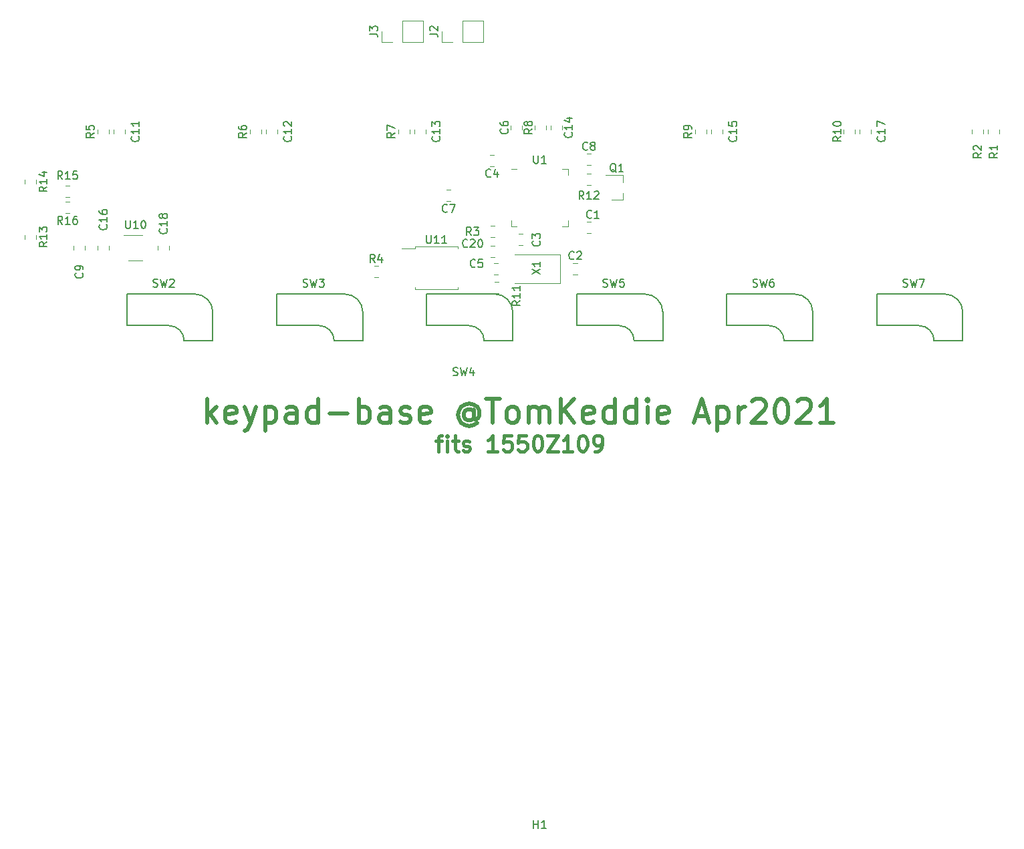
<source format=gbr>
G04 #@! TF.GenerationSoftware,KiCad,Pcbnew,5.1.7-a382d34a8~88~ubuntu20.04.1*
G04 #@! TF.CreationDate,2021-06-06T15:47:04-07:00*
G04 #@! TF.ProjectId,keypad-base,6b657970-6164-42d6-9261-73652e6b6963,Jun2021*
G04 #@! TF.SameCoordinates,Original*
G04 #@! TF.FileFunction,Legend,Top*
G04 #@! TF.FilePolarity,Positive*
%FSLAX46Y46*%
G04 Gerber Fmt 4.6, Leading zero omitted, Abs format (unit mm)*
G04 Created by KiCad (PCBNEW 5.1.7-a382d34a8~88~ubuntu20.04.1) date 2021-06-06 15:47:04*
%MOMM*%
%LPD*%
G01*
G04 APERTURE LIST*
%ADD10C,0.400000*%
%ADD11C,0.500000*%
%ADD12C,0.120000*%
%ADD13C,0.150000*%
%ADD14C,0.200000*%
G04 APERTURE END LIST*
D10*
X153380952Y-111839428D02*
X154142857Y-111839428D01*
X153666666Y-113172761D02*
X153666666Y-111458476D01*
X153761904Y-111268000D01*
X153952380Y-111172761D01*
X154142857Y-111172761D01*
X154809523Y-113172761D02*
X154809523Y-111839428D01*
X154809523Y-111172761D02*
X154714285Y-111268000D01*
X154809523Y-111363238D01*
X154904761Y-111268000D01*
X154809523Y-111172761D01*
X154809523Y-111363238D01*
X155476190Y-111839428D02*
X156238095Y-111839428D01*
X155761904Y-111172761D02*
X155761904Y-112887047D01*
X155857142Y-113077523D01*
X156047619Y-113172761D01*
X156238095Y-113172761D01*
X156809523Y-113077523D02*
X157000000Y-113172761D01*
X157380952Y-113172761D01*
X157571428Y-113077523D01*
X157666666Y-112887047D01*
X157666666Y-112791809D01*
X157571428Y-112601333D01*
X157380952Y-112506095D01*
X157095238Y-112506095D01*
X156904761Y-112410857D01*
X156809523Y-112220380D01*
X156809523Y-112125142D01*
X156904761Y-111934666D01*
X157095238Y-111839428D01*
X157380952Y-111839428D01*
X157571428Y-111934666D01*
X161095238Y-113172761D02*
X159952380Y-113172761D01*
X160523809Y-113172761D02*
X160523809Y-111172761D01*
X160333333Y-111458476D01*
X160142857Y-111648952D01*
X159952380Y-111744190D01*
X162904761Y-111172761D02*
X161952380Y-111172761D01*
X161857142Y-112125142D01*
X161952380Y-112029904D01*
X162142857Y-111934666D01*
X162619047Y-111934666D01*
X162809523Y-112029904D01*
X162904761Y-112125142D01*
X163000000Y-112315619D01*
X163000000Y-112791809D01*
X162904761Y-112982285D01*
X162809523Y-113077523D01*
X162619047Y-113172761D01*
X162142857Y-113172761D01*
X161952380Y-113077523D01*
X161857142Y-112982285D01*
X164809523Y-111172761D02*
X163857142Y-111172761D01*
X163761904Y-112125142D01*
X163857142Y-112029904D01*
X164047619Y-111934666D01*
X164523809Y-111934666D01*
X164714285Y-112029904D01*
X164809523Y-112125142D01*
X164904761Y-112315619D01*
X164904761Y-112791809D01*
X164809523Y-112982285D01*
X164714285Y-113077523D01*
X164523809Y-113172761D01*
X164047619Y-113172761D01*
X163857142Y-113077523D01*
X163761904Y-112982285D01*
X166142857Y-111172761D02*
X166333333Y-111172761D01*
X166523809Y-111268000D01*
X166619047Y-111363238D01*
X166714285Y-111553714D01*
X166809523Y-111934666D01*
X166809523Y-112410857D01*
X166714285Y-112791809D01*
X166619047Y-112982285D01*
X166523809Y-113077523D01*
X166333333Y-113172761D01*
X166142857Y-113172761D01*
X165952380Y-113077523D01*
X165857142Y-112982285D01*
X165761904Y-112791809D01*
X165666666Y-112410857D01*
X165666666Y-111934666D01*
X165761904Y-111553714D01*
X165857142Y-111363238D01*
X165952380Y-111268000D01*
X166142857Y-111172761D01*
X167476190Y-111172761D02*
X168809523Y-111172761D01*
X167476190Y-113172761D01*
X168809523Y-113172761D01*
X170619047Y-113172761D02*
X169476190Y-113172761D01*
X170047619Y-113172761D02*
X170047619Y-111172761D01*
X169857142Y-111458476D01*
X169666666Y-111648952D01*
X169476190Y-111744190D01*
X171857142Y-111172761D02*
X172047619Y-111172761D01*
X172238095Y-111268000D01*
X172333333Y-111363238D01*
X172428571Y-111553714D01*
X172523809Y-111934666D01*
X172523809Y-112410857D01*
X172428571Y-112791809D01*
X172333333Y-112982285D01*
X172238095Y-113077523D01*
X172047619Y-113172761D01*
X171857142Y-113172761D01*
X171666666Y-113077523D01*
X171571428Y-112982285D01*
X171476190Y-112791809D01*
X171380952Y-112410857D01*
X171380952Y-111934666D01*
X171476190Y-111553714D01*
X171571428Y-111363238D01*
X171666666Y-111268000D01*
X171857142Y-111172761D01*
X173476190Y-113172761D02*
X173857142Y-113172761D01*
X174047619Y-113077523D01*
X174142857Y-112982285D01*
X174333333Y-112696571D01*
X174428571Y-112315619D01*
X174428571Y-111553714D01*
X174333333Y-111363238D01*
X174238095Y-111268000D01*
X174047619Y-111172761D01*
X173666666Y-111172761D01*
X173476190Y-111268000D01*
X173380952Y-111363238D01*
X173285714Y-111553714D01*
X173285714Y-112029904D01*
X173380952Y-112220380D01*
X173476190Y-112315619D01*
X173666666Y-112410857D01*
X174047619Y-112410857D01*
X174238095Y-112315619D01*
X174333333Y-112220380D01*
X174428571Y-112029904D01*
D11*
X124428571Y-109561142D02*
X124428571Y-106561142D01*
X124714285Y-108418285D02*
X125571428Y-109561142D01*
X125571428Y-107561142D02*
X124428571Y-108704000D01*
X127999999Y-109418285D02*
X127714285Y-109561142D01*
X127142857Y-109561142D01*
X126857142Y-109418285D01*
X126714285Y-109132571D01*
X126714285Y-107989714D01*
X126857142Y-107704000D01*
X127142857Y-107561142D01*
X127714285Y-107561142D01*
X127999999Y-107704000D01*
X128142857Y-107989714D01*
X128142857Y-108275428D01*
X126714285Y-108561142D01*
X129142857Y-107561142D02*
X129857142Y-109561142D01*
X130571428Y-107561142D02*
X129857142Y-109561142D01*
X129571428Y-110275428D01*
X129428571Y-110418285D01*
X129142857Y-110561142D01*
X131714285Y-107561142D02*
X131714285Y-110561142D01*
X131714285Y-107704000D02*
X131999999Y-107561142D01*
X132571428Y-107561142D01*
X132857142Y-107704000D01*
X132999999Y-107846857D01*
X133142857Y-108132571D01*
X133142857Y-108989714D01*
X132999999Y-109275428D01*
X132857142Y-109418285D01*
X132571428Y-109561142D01*
X131999999Y-109561142D01*
X131714285Y-109418285D01*
X135714285Y-109561142D02*
X135714285Y-107989714D01*
X135571428Y-107704000D01*
X135285714Y-107561142D01*
X134714285Y-107561142D01*
X134428571Y-107704000D01*
X135714285Y-109418285D02*
X135428571Y-109561142D01*
X134714285Y-109561142D01*
X134428571Y-109418285D01*
X134285714Y-109132571D01*
X134285714Y-108846857D01*
X134428571Y-108561142D01*
X134714285Y-108418285D01*
X135428571Y-108418285D01*
X135714285Y-108275428D01*
X138428571Y-109561142D02*
X138428571Y-106561142D01*
X138428571Y-109418285D02*
X138142857Y-109561142D01*
X137571428Y-109561142D01*
X137285714Y-109418285D01*
X137142857Y-109275428D01*
X137000000Y-108989714D01*
X137000000Y-108132571D01*
X137142857Y-107846857D01*
X137285714Y-107704000D01*
X137571428Y-107561142D01*
X138142857Y-107561142D01*
X138428571Y-107704000D01*
X139857142Y-108418285D02*
X142142857Y-108418285D01*
X143571428Y-109561142D02*
X143571428Y-106561142D01*
X143571428Y-107704000D02*
X143857142Y-107561142D01*
X144428571Y-107561142D01*
X144714285Y-107704000D01*
X144857142Y-107846857D01*
X145000000Y-108132571D01*
X145000000Y-108989714D01*
X144857142Y-109275428D01*
X144714285Y-109418285D01*
X144428571Y-109561142D01*
X143857142Y-109561142D01*
X143571428Y-109418285D01*
X147571428Y-109561142D02*
X147571428Y-107989714D01*
X147428571Y-107704000D01*
X147142857Y-107561142D01*
X146571428Y-107561142D01*
X146285714Y-107704000D01*
X147571428Y-109418285D02*
X147285714Y-109561142D01*
X146571428Y-109561142D01*
X146285714Y-109418285D01*
X146142857Y-109132571D01*
X146142857Y-108846857D01*
X146285714Y-108561142D01*
X146571428Y-108418285D01*
X147285714Y-108418285D01*
X147571428Y-108275428D01*
X148857142Y-109418285D02*
X149142857Y-109561142D01*
X149714285Y-109561142D01*
X149999999Y-109418285D01*
X150142857Y-109132571D01*
X150142857Y-108989714D01*
X149999999Y-108704000D01*
X149714285Y-108561142D01*
X149285714Y-108561142D01*
X148999999Y-108418285D01*
X148857142Y-108132571D01*
X148857142Y-107989714D01*
X148999999Y-107704000D01*
X149285714Y-107561142D01*
X149714285Y-107561142D01*
X149999999Y-107704000D01*
X152571428Y-109418285D02*
X152285714Y-109561142D01*
X151714285Y-109561142D01*
X151428571Y-109418285D01*
X151285714Y-109132571D01*
X151285714Y-107989714D01*
X151428571Y-107704000D01*
X151714285Y-107561142D01*
X152285714Y-107561142D01*
X152571428Y-107704000D01*
X152714285Y-107989714D01*
X152714285Y-108275428D01*
X151285714Y-108561142D01*
X158142857Y-108132571D02*
X157999999Y-107989714D01*
X157714285Y-107846857D01*
X157428571Y-107846857D01*
X157142857Y-107989714D01*
X156999999Y-108132571D01*
X156857142Y-108418285D01*
X156857142Y-108704000D01*
X156999999Y-108989714D01*
X157142857Y-109132571D01*
X157428571Y-109275428D01*
X157714285Y-109275428D01*
X157999999Y-109132571D01*
X158142857Y-108989714D01*
X158142857Y-107846857D02*
X158142857Y-108989714D01*
X158285714Y-109132571D01*
X158428571Y-109132571D01*
X158714285Y-108989714D01*
X158857142Y-108704000D01*
X158857142Y-107989714D01*
X158571428Y-107561142D01*
X158142857Y-107275428D01*
X157571428Y-107132571D01*
X156999999Y-107275428D01*
X156571428Y-107561142D01*
X156285714Y-107989714D01*
X156142857Y-108561142D01*
X156285714Y-109132571D01*
X156571428Y-109561142D01*
X156999999Y-109846857D01*
X157571428Y-109989714D01*
X158142857Y-109846857D01*
X158571428Y-109561142D01*
X159714285Y-106561142D02*
X161428571Y-106561142D01*
X160571428Y-109561142D02*
X160571428Y-106561142D01*
X162857142Y-109561142D02*
X162571428Y-109418285D01*
X162428571Y-109275428D01*
X162285714Y-108989714D01*
X162285714Y-108132571D01*
X162428571Y-107846857D01*
X162571428Y-107704000D01*
X162857142Y-107561142D01*
X163285714Y-107561142D01*
X163571428Y-107704000D01*
X163714285Y-107846857D01*
X163857142Y-108132571D01*
X163857142Y-108989714D01*
X163714285Y-109275428D01*
X163571428Y-109418285D01*
X163285714Y-109561142D01*
X162857142Y-109561142D01*
X165142857Y-109561142D02*
X165142857Y-107561142D01*
X165142857Y-107846857D02*
X165285714Y-107704000D01*
X165571428Y-107561142D01*
X166000000Y-107561142D01*
X166285714Y-107704000D01*
X166428571Y-107989714D01*
X166428571Y-109561142D01*
X166428571Y-107989714D02*
X166571428Y-107704000D01*
X166857142Y-107561142D01*
X167285714Y-107561142D01*
X167571428Y-107704000D01*
X167714285Y-107989714D01*
X167714285Y-109561142D01*
X169142857Y-109561142D02*
X169142857Y-106561142D01*
X170857142Y-109561142D02*
X169571428Y-107846857D01*
X170857142Y-106561142D02*
X169142857Y-108275428D01*
X173285714Y-109418285D02*
X173000000Y-109561142D01*
X172428571Y-109561142D01*
X172142857Y-109418285D01*
X172000000Y-109132571D01*
X172000000Y-107989714D01*
X172142857Y-107704000D01*
X172428571Y-107561142D01*
X173000000Y-107561142D01*
X173285714Y-107704000D01*
X173428571Y-107989714D01*
X173428571Y-108275428D01*
X172000000Y-108561142D01*
X176000000Y-109561142D02*
X176000000Y-106561142D01*
X176000000Y-109418285D02*
X175714285Y-109561142D01*
X175142857Y-109561142D01*
X174857142Y-109418285D01*
X174714285Y-109275428D01*
X174571428Y-108989714D01*
X174571428Y-108132571D01*
X174714285Y-107846857D01*
X174857142Y-107704000D01*
X175142857Y-107561142D01*
X175714285Y-107561142D01*
X176000000Y-107704000D01*
X178714285Y-109561142D02*
X178714285Y-106561142D01*
X178714285Y-109418285D02*
X178428571Y-109561142D01*
X177857142Y-109561142D01*
X177571428Y-109418285D01*
X177428571Y-109275428D01*
X177285714Y-108989714D01*
X177285714Y-108132571D01*
X177428571Y-107846857D01*
X177571428Y-107704000D01*
X177857142Y-107561142D01*
X178428571Y-107561142D01*
X178714285Y-107704000D01*
X180142857Y-109561142D02*
X180142857Y-107561142D01*
X180142857Y-106561142D02*
X180000000Y-106704000D01*
X180142857Y-106846857D01*
X180285714Y-106704000D01*
X180142857Y-106561142D01*
X180142857Y-106846857D01*
X182714285Y-109418285D02*
X182428571Y-109561142D01*
X181857142Y-109561142D01*
X181571428Y-109418285D01*
X181428571Y-109132571D01*
X181428571Y-107989714D01*
X181571428Y-107704000D01*
X181857142Y-107561142D01*
X182428571Y-107561142D01*
X182714285Y-107704000D01*
X182857142Y-107989714D01*
X182857142Y-108275428D01*
X181428571Y-108561142D01*
X186285714Y-108704000D02*
X187714285Y-108704000D01*
X186000000Y-109561142D02*
X187000000Y-106561142D01*
X188000000Y-109561142D01*
X189000000Y-107561142D02*
X189000000Y-110561142D01*
X189000000Y-107704000D02*
X189285714Y-107561142D01*
X189857142Y-107561142D01*
X190142857Y-107704000D01*
X190285714Y-107846857D01*
X190428571Y-108132571D01*
X190428571Y-108989714D01*
X190285714Y-109275428D01*
X190142857Y-109418285D01*
X189857142Y-109561142D01*
X189285714Y-109561142D01*
X189000000Y-109418285D01*
X191714285Y-109561142D02*
X191714285Y-107561142D01*
X191714285Y-108132571D02*
X191857142Y-107846857D01*
X192000000Y-107704000D01*
X192285714Y-107561142D01*
X192571428Y-107561142D01*
X193428571Y-106846857D02*
X193571428Y-106704000D01*
X193857142Y-106561142D01*
X194571428Y-106561142D01*
X194857142Y-106704000D01*
X195000000Y-106846857D01*
X195142857Y-107132571D01*
X195142857Y-107418285D01*
X195000000Y-107846857D01*
X193285714Y-109561142D01*
X195142857Y-109561142D01*
X196999999Y-106561142D02*
X197285714Y-106561142D01*
X197571428Y-106704000D01*
X197714285Y-106846857D01*
X197857142Y-107132571D01*
X197999999Y-107704000D01*
X197999999Y-108418285D01*
X197857142Y-108989714D01*
X197714285Y-109275428D01*
X197571428Y-109418285D01*
X197285714Y-109561142D01*
X196999999Y-109561142D01*
X196714285Y-109418285D01*
X196571428Y-109275428D01*
X196428571Y-108989714D01*
X196285714Y-108418285D01*
X196285714Y-107704000D01*
X196428571Y-107132571D01*
X196571428Y-106846857D01*
X196714285Y-106704000D01*
X196999999Y-106561142D01*
X199142857Y-106846857D02*
X199285714Y-106704000D01*
X199571428Y-106561142D01*
X200285714Y-106561142D01*
X200571428Y-106704000D01*
X200714285Y-106846857D01*
X200857142Y-107132571D01*
X200857142Y-107418285D01*
X200714285Y-107846857D01*
X198999999Y-109561142D01*
X200857142Y-109561142D01*
X203714285Y-109561142D02*
X201999999Y-109561142D01*
X202857142Y-109561142D02*
X202857142Y-106561142D01*
X202571428Y-106989714D01*
X202285714Y-107275428D01*
X201999999Y-107418285D01*
D12*
G04 #@! TO.C,R11*
X161294578Y-91746000D02*
X160777422Y-91746000D01*
X161294578Y-93166000D02*
X160777422Y-93166000D01*
G04 #@! TO.C,R4*
X145537422Y-91134000D02*
X146054578Y-91134000D01*
X145537422Y-89714000D02*
X146054578Y-89714000D01*
G04 #@! TO.C,U11*
X150691000Y-87451000D02*
X149016000Y-87451000D01*
X150691000Y-87191000D02*
X150691000Y-87451000D01*
X153416000Y-87191000D02*
X150691000Y-87191000D01*
X156141000Y-87191000D02*
X156141000Y-87451000D01*
X153416000Y-87191000D02*
X156141000Y-87191000D01*
X150691000Y-92641000D02*
X150691000Y-92381000D01*
X153416000Y-92641000D02*
X150691000Y-92641000D01*
X156141000Y-92641000D02*
X156141000Y-92381000D01*
X153416000Y-92641000D02*
X156141000Y-92641000D01*
G04 #@! TO.C,J3*
X151698000Y-61274000D02*
X151698000Y-58614000D01*
X149098000Y-61274000D02*
X151698000Y-61274000D01*
X149098000Y-58614000D02*
X151698000Y-58614000D01*
X149098000Y-61274000D02*
X149098000Y-58614000D01*
X147828000Y-61274000D02*
X146498000Y-61274000D01*
X146498000Y-61274000D02*
X146498000Y-59944000D01*
G04 #@! TO.C,J2*
X159318000Y-61274000D02*
X159318000Y-58614000D01*
X156718000Y-61274000D02*
X159318000Y-61274000D01*
X156718000Y-58614000D02*
X159318000Y-58614000D01*
X156718000Y-61274000D02*
X156718000Y-58614000D01*
X155448000Y-61274000D02*
X154118000Y-61274000D01*
X154118000Y-61274000D02*
X154118000Y-59944000D01*
G04 #@! TO.C,C20*
X160269422Y-88594000D02*
X160786578Y-88594000D01*
X160269422Y-87174000D02*
X160786578Y-87174000D01*
G04 #@! TO.C,U10*
X114416000Y-88986000D02*
X116216000Y-88986000D01*
X116216000Y-85766000D02*
X113766000Y-85766000D01*
G04 #@! TO.C,C18*
X119582000Y-87117422D02*
X119582000Y-87634578D01*
X118162000Y-87117422D02*
X118162000Y-87634578D01*
G04 #@! TO.C,C17*
X207062000Y-72902578D02*
X207062000Y-72385422D01*
X208482000Y-72902578D02*
X208482000Y-72385422D01*
G04 #@! TO.C,C16*
X111962000Y-87117422D02*
X111962000Y-87634578D01*
X110542000Y-87117422D02*
X110542000Y-87634578D01*
G04 #@! TO.C,C15*
X188266000Y-72902578D02*
X188266000Y-72385422D01*
X189686000Y-72902578D02*
X189686000Y-72385422D01*
G04 #@! TO.C,C14*
X167946000Y-72394578D02*
X167946000Y-71877422D01*
X169366000Y-72394578D02*
X169366000Y-71877422D01*
G04 #@! TO.C,C13*
X150674000Y-72902578D02*
X150674000Y-72385422D01*
X152094000Y-72902578D02*
X152094000Y-72385422D01*
G04 #@! TO.C,C12*
X131878000Y-72902578D02*
X131878000Y-72385422D01*
X133298000Y-72902578D02*
X133298000Y-72385422D01*
G04 #@! TO.C,C11*
X112574000Y-72902578D02*
X112574000Y-72385422D01*
X113994000Y-72902578D02*
X113994000Y-72385422D01*
G04 #@! TO.C,C9*
X108914000Y-87117422D02*
X108914000Y-87634578D01*
X107494000Y-87117422D02*
X107494000Y-87634578D01*
G04 #@! TO.C,C8*
X172461422Y-75490000D02*
X172978578Y-75490000D01*
X172461422Y-76910000D02*
X172978578Y-76910000D01*
G04 #@! TO.C,R16*
X106938578Y-83006000D02*
X106421422Y-83006000D01*
X106938578Y-81586000D02*
X106421422Y-81586000D01*
G04 #@! TO.C,R15*
X106938578Y-80974000D02*
X106421422Y-80974000D01*
X106938578Y-79554000D02*
X106421422Y-79554000D01*
G04 #@! TO.C,R14*
X102710000Y-78741422D02*
X102710000Y-79258578D01*
X101290000Y-78741422D02*
X101290000Y-79258578D01*
G04 #@! TO.C,R13*
X102710000Y-85741422D02*
X102710000Y-86258578D01*
X101290000Y-85741422D02*
X101290000Y-86258578D01*
G04 #@! TO.C,R12*
X172461422Y-78030000D02*
X172978578Y-78030000D01*
X172461422Y-79450000D02*
X172978578Y-79450000D01*
G04 #@! TO.C,R10*
X205030000Y-72902578D02*
X205030000Y-72385422D01*
X206450000Y-72902578D02*
X206450000Y-72385422D01*
G04 #@! TO.C,R9*
X186234000Y-72902578D02*
X186234000Y-72385422D01*
X187654000Y-72902578D02*
X187654000Y-72385422D01*
G04 #@! TO.C,R8*
X165914000Y-72394578D02*
X165914000Y-71877422D01*
X167334000Y-72394578D02*
X167334000Y-71877422D01*
G04 #@! TO.C,R7*
X148642000Y-72902578D02*
X148642000Y-72385422D01*
X150062000Y-72902578D02*
X150062000Y-72385422D01*
G04 #@! TO.C,R6*
X129846000Y-72902578D02*
X129846000Y-72385422D01*
X131266000Y-72902578D02*
X131266000Y-72385422D01*
G04 #@! TO.C,R5*
X110542000Y-72902578D02*
X110542000Y-72385422D01*
X111962000Y-72902578D02*
X111962000Y-72385422D01*
G04 #@! TO.C,Q1*
X177036000Y-81336000D02*
X175576000Y-81336000D01*
X177036000Y-78176000D02*
X174876000Y-78176000D01*
X177036000Y-78176000D02*
X177036000Y-79106000D01*
X177036000Y-81336000D02*
X177036000Y-80406000D01*
G04 #@! TO.C,X1*
X169050000Y-88248000D02*
X163300000Y-88248000D01*
X169050000Y-91848000D02*
X169050000Y-88248000D01*
X163300000Y-91848000D02*
X169050000Y-91848000D01*
G04 #@! TO.C,U1*
X163615000Y-77438000D02*
X162890000Y-77438000D01*
X170110000Y-84658000D02*
X170110000Y-83933000D01*
X169385000Y-84658000D02*
X170110000Y-84658000D01*
X162890000Y-84658000D02*
X162890000Y-83933000D01*
X163615000Y-84658000D02*
X162890000Y-84658000D01*
X170110000Y-77438000D02*
X170110000Y-78163000D01*
X169385000Y-77438000D02*
X170110000Y-77438000D01*
G04 #@! TO.C,R3*
X160269422Y-84634000D02*
X160786578Y-84634000D01*
X160269422Y-86054000D02*
X160786578Y-86054000D01*
G04 #@! TO.C,R2*
X221286000Y-72902578D02*
X221286000Y-72385422D01*
X222706000Y-72902578D02*
X222706000Y-72385422D01*
G04 #@! TO.C,R1*
X223318000Y-72902578D02*
X223318000Y-72385422D01*
X224738000Y-72902578D02*
X224738000Y-72385422D01*
G04 #@! TO.C,C7*
X155198578Y-81482000D02*
X154681422Y-81482000D01*
X155198578Y-80062000D02*
X154681422Y-80062000D01*
G04 #@! TO.C,C6*
X164222500Y-71877422D02*
X164222500Y-72394578D01*
X162802500Y-71877422D02*
X162802500Y-72394578D01*
G04 #@! TO.C,C5*
X161258578Y-90758000D02*
X160741422Y-90758000D01*
X161258578Y-89338000D02*
X160741422Y-89338000D01*
G04 #@! TO.C,C4*
X160723078Y-77037000D02*
X160205922Y-77037000D01*
X160723078Y-75617000D02*
X160205922Y-75617000D01*
G04 #@! TO.C,C3*
X164342578Y-87070000D02*
X163825422Y-87070000D01*
X164342578Y-85650000D02*
X163825422Y-85650000D01*
G04 #@! TO.C,C2*
X170741422Y-89338000D02*
X171258578Y-89338000D01*
X170741422Y-90758000D02*
X171258578Y-90758000D01*
G04 #@! TO.C,C1*
X172461422Y-84126000D02*
X172978578Y-84126000D01*
X172461422Y-85546000D02*
X172978578Y-85546000D01*
D13*
G04 #@! TO.C,SW7*
X220088000Y-99140000D02*
X216460000Y-99140000D01*
X220096000Y-95428000D02*
X220096000Y-99140000D01*
X209190000Y-97250000D02*
X214550000Y-97250000D01*
X209190000Y-93250000D02*
X217810000Y-93250000D01*
X209190000Y-93250000D02*
X209190000Y-97250000D01*
X217810000Y-93249000D02*
G75*
G02*
X220096000Y-95535000I0J-2286000D01*
G01*
X214570000Y-97250000D02*
G75*
G02*
X216460000Y-99140000I0J-1890000D01*
G01*
G04 #@! TO.C,SW6*
X201088000Y-99140000D02*
X197460000Y-99140000D01*
X201096000Y-95428000D02*
X201096000Y-99140000D01*
X190190000Y-97250000D02*
X195550000Y-97250000D01*
X190190000Y-93250000D02*
X198810000Y-93250000D01*
X190190000Y-93250000D02*
X190190000Y-97250000D01*
X198810000Y-93249000D02*
G75*
G02*
X201096000Y-95535000I0J-2286000D01*
G01*
X195570000Y-97250000D02*
G75*
G02*
X197460000Y-99140000I0J-1890000D01*
G01*
G04 #@! TO.C,SW5*
X182088000Y-99140000D02*
X178460000Y-99140000D01*
X182096000Y-95428000D02*
X182096000Y-99140000D01*
X171190000Y-97250000D02*
X176550000Y-97250000D01*
X171190000Y-93250000D02*
X179810000Y-93250000D01*
X171190000Y-93250000D02*
X171190000Y-97250000D01*
X179810000Y-93249000D02*
G75*
G02*
X182096000Y-95535000I0J-2286000D01*
G01*
X176570000Y-97250000D02*
G75*
G02*
X178460000Y-99140000I0J-1890000D01*
G01*
G04 #@! TO.C,SW4*
X163088000Y-99140000D02*
X159460000Y-99140000D01*
X163096000Y-95428000D02*
X163096000Y-99140000D01*
X152190000Y-97250000D02*
X157550000Y-97250000D01*
X152190000Y-93250000D02*
X160810000Y-93250000D01*
X152190000Y-93250000D02*
X152190000Y-97250000D01*
X160810000Y-93249000D02*
G75*
G02*
X163096000Y-95535000I0J-2286000D01*
G01*
X157570000Y-97250000D02*
G75*
G02*
X159460000Y-99140000I0J-1890000D01*
G01*
G04 #@! TO.C,SW3*
X144088000Y-99140000D02*
X140460000Y-99140000D01*
X144096000Y-95428000D02*
X144096000Y-99140000D01*
X133190000Y-97250000D02*
X138550000Y-97250000D01*
X133190000Y-93250000D02*
X141810000Y-93250000D01*
X133190000Y-93250000D02*
X133190000Y-97250000D01*
X141810000Y-93249000D02*
G75*
G02*
X144096000Y-95535000I0J-2286000D01*
G01*
X138570000Y-97250000D02*
G75*
G02*
X140460000Y-99140000I0J-1890000D01*
G01*
G04 #@! TO.C,SW2*
X125088000Y-99140000D02*
X121460000Y-99140000D01*
X125096000Y-95428000D02*
X125096000Y-99140000D01*
X114190000Y-97250000D02*
X119550000Y-97250000D01*
X114190000Y-93250000D02*
X122810000Y-93250000D01*
X114190000Y-93250000D02*
X114190000Y-97250000D01*
X122810000Y-93249000D02*
G75*
G02*
X125096000Y-95535000I0J-2286000D01*
G01*
X119570000Y-97250000D02*
G75*
G02*
X121460000Y-99140000I0J-1890000D01*
G01*
G04 #@! TO.C,R11*
X164028380Y-94114857D02*
X163552190Y-94448190D01*
X164028380Y-94686285D02*
X163028380Y-94686285D01*
X163028380Y-94305333D01*
X163076000Y-94210095D01*
X163123619Y-94162476D01*
X163218857Y-94114857D01*
X163361714Y-94114857D01*
X163456952Y-94162476D01*
X163504571Y-94210095D01*
X163552190Y-94305333D01*
X163552190Y-94686285D01*
X164028380Y-93162476D02*
X164028380Y-93733904D01*
X164028380Y-93448190D02*
X163028380Y-93448190D01*
X163171238Y-93543428D01*
X163266476Y-93638666D01*
X163314095Y-93733904D01*
X164028380Y-92210095D02*
X164028380Y-92781523D01*
X164028380Y-92495809D02*
X163028380Y-92495809D01*
X163171238Y-92591047D01*
X163266476Y-92686285D01*
X163314095Y-92781523D01*
G04 #@! TO.C,R4*
X145629333Y-89226380D02*
X145296000Y-88750190D01*
X145057904Y-89226380D02*
X145057904Y-88226380D01*
X145438857Y-88226380D01*
X145534095Y-88274000D01*
X145581714Y-88321619D01*
X145629333Y-88416857D01*
X145629333Y-88559714D01*
X145581714Y-88654952D01*
X145534095Y-88702571D01*
X145438857Y-88750190D01*
X145057904Y-88750190D01*
X146486476Y-88559714D02*
X146486476Y-89226380D01*
X146248380Y-88178761D02*
X146010285Y-88893047D01*
X146629333Y-88893047D01*
G04 #@! TO.C,U11*
X152177904Y-85808380D02*
X152177904Y-86617904D01*
X152225523Y-86713142D01*
X152273142Y-86760761D01*
X152368380Y-86808380D01*
X152558857Y-86808380D01*
X152654095Y-86760761D01*
X152701714Y-86713142D01*
X152749333Y-86617904D01*
X152749333Y-85808380D01*
X153749333Y-86808380D02*
X153177904Y-86808380D01*
X153463619Y-86808380D02*
X153463619Y-85808380D01*
X153368380Y-85951238D01*
X153273142Y-86046476D01*
X153177904Y-86094095D01*
X154701714Y-86808380D02*
X154130285Y-86808380D01*
X154416000Y-86808380D02*
X154416000Y-85808380D01*
X154320761Y-85951238D01*
X154225523Y-86046476D01*
X154130285Y-86094095D01*
G04 #@! TO.C,J3*
X144950380Y-60277333D02*
X145664666Y-60277333D01*
X145807523Y-60324952D01*
X145902761Y-60420190D01*
X145950380Y-60563047D01*
X145950380Y-60658285D01*
X144950380Y-59896380D02*
X144950380Y-59277333D01*
X145331333Y-59610666D01*
X145331333Y-59467809D01*
X145378952Y-59372571D01*
X145426571Y-59324952D01*
X145521809Y-59277333D01*
X145759904Y-59277333D01*
X145855142Y-59324952D01*
X145902761Y-59372571D01*
X145950380Y-59467809D01*
X145950380Y-59753523D01*
X145902761Y-59848761D01*
X145855142Y-59896380D01*
G04 #@! TO.C,J2*
X152570380Y-60277333D02*
X153284666Y-60277333D01*
X153427523Y-60324952D01*
X153522761Y-60420190D01*
X153570380Y-60563047D01*
X153570380Y-60658285D01*
X152665619Y-59848761D02*
X152618000Y-59801142D01*
X152570380Y-59705904D01*
X152570380Y-59467809D01*
X152618000Y-59372571D01*
X152665619Y-59324952D01*
X152760857Y-59277333D01*
X152856095Y-59277333D01*
X152998952Y-59324952D01*
X153570380Y-59896380D01*
X153570380Y-59277333D01*
G04 #@! TO.C,C20*
X157345142Y-87225142D02*
X157297523Y-87272761D01*
X157154666Y-87320380D01*
X157059428Y-87320380D01*
X156916571Y-87272761D01*
X156821333Y-87177523D01*
X156773714Y-87082285D01*
X156726095Y-86891809D01*
X156726095Y-86748952D01*
X156773714Y-86558476D01*
X156821333Y-86463238D01*
X156916571Y-86368000D01*
X157059428Y-86320380D01*
X157154666Y-86320380D01*
X157297523Y-86368000D01*
X157345142Y-86415619D01*
X157726095Y-86415619D02*
X157773714Y-86368000D01*
X157868952Y-86320380D01*
X158107047Y-86320380D01*
X158202285Y-86368000D01*
X158249904Y-86415619D01*
X158297523Y-86510857D01*
X158297523Y-86606095D01*
X158249904Y-86748952D01*
X157678476Y-87320380D01*
X158297523Y-87320380D01*
X158916571Y-86320380D02*
X159011809Y-86320380D01*
X159107047Y-86368000D01*
X159154666Y-86415619D01*
X159202285Y-86510857D01*
X159249904Y-86701333D01*
X159249904Y-86939428D01*
X159202285Y-87129904D01*
X159154666Y-87225142D01*
X159107047Y-87272761D01*
X159011809Y-87320380D01*
X158916571Y-87320380D01*
X158821333Y-87272761D01*
X158773714Y-87225142D01*
X158726095Y-87129904D01*
X158678476Y-86939428D01*
X158678476Y-86701333D01*
X158726095Y-86510857D01*
X158773714Y-86415619D01*
X158821333Y-86368000D01*
X158916571Y-86320380D01*
G04 #@! TO.C,U10*
X114077904Y-83928380D02*
X114077904Y-84737904D01*
X114125523Y-84833142D01*
X114173142Y-84880761D01*
X114268380Y-84928380D01*
X114458857Y-84928380D01*
X114554095Y-84880761D01*
X114601714Y-84833142D01*
X114649333Y-84737904D01*
X114649333Y-83928380D01*
X115649333Y-84928380D02*
X115077904Y-84928380D01*
X115363619Y-84928380D02*
X115363619Y-83928380D01*
X115268380Y-84071238D01*
X115173142Y-84166476D01*
X115077904Y-84214095D01*
X116268380Y-83928380D02*
X116363619Y-83928380D01*
X116458857Y-83976000D01*
X116506476Y-84023619D01*
X116554095Y-84118857D01*
X116601714Y-84309333D01*
X116601714Y-84547428D01*
X116554095Y-84737904D01*
X116506476Y-84833142D01*
X116458857Y-84880761D01*
X116363619Y-84928380D01*
X116268380Y-84928380D01*
X116173142Y-84880761D01*
X116125523Y-84833142D01*
X116077904Y-84737904D01*
X116030285Y-84547428D01*
X116030285Y-84309333D01*
X116077904Y-84118857D01*
X116125523Y-84023619D01*
X116173142Y-83976000D01*
X116268380Y-83928380D01*
G04 #@! TO.C,C18*
X119229142Y-84970857D02*
X119276761Y-85018476D01*
X119324380Y-85161333D01*
X119324380Y-85256571D01*
X119276761Y-85399428D01*
X119181523Y-85494666D01*
X119086285Y-85542285D01*
X118895809Y-85589904D01*
X118752952Y-85589904D01*
X118562476Y-85542285D01*
X118467238Y-85494666D01*
X118372000Y-85399428D01*
X118324380Y-85256571D01*
X118324380Y-85161333D01*
X118372000Y-85018476D01*
X118419619Y-84970857D01*
X119324380Y-84018476D02*
X119324380Y-84589904D01*
X119324380Y-84304190D02*
X118324380Y-84304190D01*
X118467238Y-84399428D01*
X118562476Y-84494666D01*
X118610095Y-84589904D01*
X118752952Y-83447047D02*
X118705333Y-83542285D01*
X118657714Y-83589904D01*
X118562476Y-83637523D01*
X118514857Y-83637523D01*
X118419619Y-83589904D01*
X118372000Y-83542285D01*
X118324380Y-83447047D01*
X118324380Y-83256571D01*
X118372000Y-83161333D01*
X118419619Y-83113714D01*
X118514857Y-83066095D01*
X118562476Y-83066095D01*
X118657714Y-83113714D01*
X118705333Y-83161333D01*
X118752952Y-83256571D01*
X118752952Y-83447047D01*
X118800571Y-83542285D01*
X118848190Y-83589904D01*
X118943428Y-83637523D01*
X119133904Y-83637523D01*
X119229142Y-83589904D01*
X119276761Y-83542285D01*
X119324380Y-83447047D01*
X119324380Y-83256571D01*
X119276761Y-83161333D01*
X119229142Y-83113714D01*
X119133904Y-83066095D01*
X118943428Y-83066095D01*
X118848190Y-83113714D01*
X118800571Y-83161333D01*
X118752952Y-83256571D01*
G04 #@! TO.C,C17*
X210161142Y-73286857D02*
X210208761Y-73334476D01*
X210256380Y-73477333D01*
X210256380Y-73572571D01*
X210208761Y-73715428D01*
X210113523Y-73810666D01*
X210018285Y-73858285D01*
X209827809Y-73905904D01*
X209684952Y-73905904D01*
X209494476Y-73858285D01*
X209399238Y-73810666D01*
X209304000Y-73715428D01*
X209256380Y-73572571D01*
X209256380Y-73477333D01*
X209304000Y-73334476D01*
X209351619Y-73286857D01*
X210256380Y-72334476D02*
X210256380Y-72905904D01*
X210256380Y-72620190D02*
X209256380Y-72620190D01*
X209399238Y-72715428D01*
X209494476Y-72810666D01*
X209542095Y-72905904D01*
X209256380Y-72001142D02*
X209256380Y-71334476D01*
X210256380Y-71763047D01*
G04 #@! TO.C,C16*
X111609142Y-84462857D02*
X111656761Y-84510476D01*
X111704380Y-84653333D01*
X111704380Y-84748571D01*
X111656761Y-84891428D01*
X111561523Y-84986666D01*
X111466285Y-85034285D01*
X111275809Y-85081904D01*
X111132952Y-85081904D01*
X110942476Y-85034285D01*
X110847238Y-84986666D01*
X110752000Y-84891428D01*
X110704380Y-84748571D01*
X110704380Y-84653333D01*
X110752000Y-84510476D01*
X110799619Y-84462857D01*
X111704380Y-83510476D02*
X111704380Y-84081904D01*
X111704380Y-83796190D02*
X110704380Y-83796190D01*
X110847238Y-83891428D01*
X110942476Y-83986666D01*
X110990095Y-84081904D01*
X110704380Y-82653333D02*
X110704380Y-82843809D01*
X110752000Y-82939047D01*
X110799619Y-82986666D01*
X110942476Y-83081904D01*
X111132952Y-83129523D01*
X111513904Y-83129523D01*
X111609142Y-83081904D01*
X111656761Y-83034285D01*
X111704380Y-82939047D01*
X111704380Y-82748571D01*
X111656761Y-82653333D01*
X111609142Y-82605714D01*
X111513904Y-82558095D01*
X111275809Y-82558095D01*
X111180571Y-82605714D01*
X111132952Y-82653333D01*
X111085333Y-82748571D01*
X111085333Y-82939047D01*
X111132952Y-83034285D01*
X111180571Y-83081904D01*
X111275809Y-83129523D01*
G04 #@! TO.C,C15*
X191365142Y-73286857D02*
X191412761Y-73334476D01*
X191460380Y-73477333D01*
X191460380Y-73572571D01*
X191412761Y-73715428D01*
X191317523Y-73810666D01*
X191222285Y-73858285D01*
X191031809Y-73905904D01*
X190888952Y-73905904D01*
X190698476Y-73858285D01*
X190603238Y-73810666D01*
X190508000Y-73715428D01*
X190460380Y-73572571D01*
X190460380Y-73477333D01*
X190508000Y-73334476D01*
X190555619Y-73286857D01*
X191460380Y-72334476D02*
X191460380Y-72905904D01*
X191460380Y-72620190D02*
X190460380Y-72620190D01*
X190603238Y-72715428D01*
X190698476Y-72810666D01*
X190746095Y-72905904D01*
X190460380Y-71429714D02*
X190460380Y-71905904D01*
X190936571Y-71953523D01*
X190888952Y-71905904D01*
X190841333Y-71810666D01*
X190841333Y-71572571D01*
X190888952Y-71477333D01*
X190936571Y-71429714D01*
X191031809Y-71382095D01*
X191269904Y-71382095D01*
X191365142Y-71429714D01*
X191412761Y-71477333D01*
X191460380Y-71572571D01*
X191460380Y-71810666D01*
X191412761Y-71905904D01*
X191365142Y-71953523D01*
G04 #@! TO.C,C14*
X170537142Y-72778857D02*
X170584761Y-72826476D01*
X170632380Y-72969333D01*
X170632380Y-73064571D01*
X170584761Y-73207428D01*
X170489523Y-73302666D01*
X170394285Y-73350285D01*
X170203809Y-73397904D01*
X170060952Y-73397904D01*
X169870476Y-73350285D01*
X169775238Y-73302666D01*
X169680000Y-73207428D01*
X169632380Y-73064571D01*
X169632380Y-72969333D01*
X169680000Y-72826476D01*
X169727619Y-72778857D01*
X170632380Y-71826476D02*
X170632380Y-72397904D01*
X170632380Y-72112190D02*
X169632380Y-72112190D01*
X169775238Y-72207428D01*
X169870476Y-72302666D01*
X169918095Y-72397904D01*
X169965714Y-70969333D02*
X170632380Y-70969333D01*
X169584761Y-71207428D02*
X170299047Y-71445523D01*
X170299047Y-70826476D01*
G04 #@! TO.C,C13*
X153773142Y-73286857D02*
X153820761Y-73334476D01*
X153868380Y-73477333D01*
X153868380Y-73572571D01*
X153820761Y-73715428D01*
X153725523Y-73810666D01*
X153630285Y-73858285D01*
X153439809Y-73905904D01*
X153296952Y-73905904D01*
X153106476Y-73858285D01*
X153011238Y-73810666D01*
X152916000Y-73715428D01*
X152868380Y-73572571D01*
X152868380Y-73477333D01*
X152916000Y-73334476D01*
X152963619Y-73286857D01*
X153868380Y-72334476D02*
X153868380Y-72905904D01*
X153868380Y-72620190D02*
X152868380Y-72620190D01*
X153011238Y-72715428D01*
X153106476Y-72810666D01*
X153154095Y-72905904D01*
X152868380Y-72001142D02*
X152868380Y-71382095D01*
X153249333Y-71715428D01*
X153249333Y-71572571D01*
X153296952Y-71477333D01*
X153344571Y-71429714D01*
X153439809Y-71382095D01*
X153677904Y-71382095D01*
X153773142Y-71429714D01*
X153820761Y-71477333D01*
X153868380Y-71572571D01*
X153868380Y-71858285D01*
X153820761Y-71953523D01*
X153773142Y-72001142D01*
G04 #@! TO.C,C12*
X134977142Y-73286857D02*
X135024761Y-73334476D01*
X135072380Y-73477333D01*
X135072380Y-73572571D01*
X135024761Y-73715428D01*
X134929523Y-73810666D01*
X134834285Y-73858285D01*
X134643809Y-73905904D01*
X134500952Y-73905904D01*
X134310476Y-73858285D01*
X134215238Y-73810666D01*
X134120000Y-73715428D01*
X134072380Y-73572571D01*
X134072380Y-73477333D01*
X134120000Y-73334476D01*
X134167619Y-73286857D01*
X135072380Y-72334476D02*
X135072380Y-72905904D01*
X135072380Y-72620190D02*
X134072380Y-72620190D01*
X134215238Y-72715428D01*
X134310476Y-72810666D01*
X134358095Y-72905904D01*
X134167619Y-71953523D02*
X134120000Y-71905904D01*
X134072380Y-71810666D01*
X134072380Y-71572571D01*
X134120000Y-71477333D01*
X134167619Y-71429714D01*
X134262857Y-71382095D01*
X134358095Y-71382095D01*
X134500952Y-71429714D01*
X135072380Y-72001142D01*
X135072380Y-71382095D01*
G04 #@! TO.C,C11*
X115673142Y-73286857D02*
X115720761Y-73334476D01*
X115768380Y-73477333D01*
X115768380Y-73572571D01*
X115720761Y-73715428D01*
X115625523Y-73810666D01*
X115530285Y-73858285D01*
X115339809Y-73905904D01*
X115196952Y-73905904D01*
X115006476Y-73858285D01*
X114911238Y-73810666D01*
X114816000Y-73715428D01*
X114768380Y-73572571D01*
X114768380Y-73477333D01*
X114816000Y-73334476D01*
X114863619Y-73286857D01*
X115768380Y-72334476D02*
X115768380Y-72905904D01*
X115768380Y-72620190D02*
X114768380Y-72620190D01*
X114911238Y-72715428D01*
X115006476Y-72810666D01*
X115054095Y-72905904D01*
X115768380Y-71382095D02*
X115768380Y-71953523D01*
X115768380Y-71667809D02*
X114768380Y-71667809D01*
X114911238Y-71763047D01*
X115006476Y-71858285D01*
X115054095Y-71953523D01*
G04 #@! TO.C,C9*
X108561142Y-90590666D02*
X108608761Y-90638285D01*
X108656380Y-90781142D01*
X108656380Y-90876380D01*
X108608761Y-91019238D01*
X108513523Y-91114476D01*
X108418285Y-91162095D01*
X108227809Y-91209714D01*
X108084952Y-91209714D01*
X107894476Y-91162095D01*
X107799238Y-91114476D01*
X107704000Y-91019238D01*
X107656380Y-90876380D01*
X107656380Y-90781142D01*
X107704000Y-90638285D01*
X107751619Y-90590666D01*
X108656380Y-90114476D02*
X108656380Y-89924000D01*
X108608761Y-89828761D01*
X108561142Y-89781142D01*
X108418285Y-89685904D01*
X108227809Y-89638285D01*
X107846857Y-89638285D01*
X107751619Y-89685904D01*
X107704000Y-89733523D01*
X107656380Y-89828761D01*
X107656380Y-90019238D01*
X107704000Y-90114476D01*
X107751619Y-90162095D01*
X107846857Y-90209714D01*
X108084952Y-90209714D01*
X108180190Y-90162095D01*
X108227809Y-90114476D01*
X108275428Y-90019238D01*
X108275428Y-89828761D01*
X108227809Y-89733523D01*
X108180190Y-89685904D01*
X108084952Y-89638285D01*
G04 #@! TO.C,C8*
X172553333Y-74907142D02*
X172505714Y-74954761D01*
X172362857Y-75002380D01*
X172267619Y-75002380D01*
X172124761Y-74954761D01*
X172029523Y-74859523D01*
X171981904Y-74764285D01*
X171934285Y-74573809D01*
X171934285Y-74430952D01*
X171981904Y-74240476D01*
X172029523Y-74145238D01*
X172124761Y-74050000D01*
X172267619Y-74002380D01*
X172362857Y-74002380D01*
X172505714Y-74050000D01*
X172553333Y-74097619D01*
X173124761Y-74430952D02*
X173029523Y-74383333D01*
X172981904Y-74335714D01*
X172934285Y-74240476D01*
X172934285Y-74192857D01*
X172981904Y-74097619D01*
X173029523Y-74050000D01*
X173124761Y-74002380D01*
X173315238Y-74002380D01*
X173410476Y-74050000D01*
X173458095Y-74097619D01*
X173505714Y-74192857D01*
X173505714Y-74240476D01*
X173458095Y-74335714D01*
X173410476Y-74383333D01*
X173315238Y-74430952D01*
X173124761Y-74430952D01*
X173029523Y-74478571D01*
X172981904Y-74526190D01*
X172934285Y-74621428D01*
X172934285Y-74811904D01*
X172981904Y-74907142D01*
X173029523Y-74954761D01*
X173124761Y-75002380D01*
X173315238Y-75002380D01*
X173410476Y-74954761D01*
X173458095Y-74907142D01*
X173505714Y-74811904D01*
X173505714Y-74621428D01*
X173458095Y-74526190D01*
X173410476Y-74478571D01*
X173315238Y-74430952D01*
G04 #@! TO.C,R16*
X106037142Y-84398380D02*
X105703809Y-83922190D01*
X105465714Y-84398380D02*
X105465714Y-83398380D01*
X105846666Y-83398380D01*
X105941904Y-83446000D01*
X105989523Y-83493619D01*
X106037142Y-83588857D01*
X106037142Y-83731714D01*
X105989523Y-83826952D01*
X105941904Y-83874571D01*
X105846666Y-83922190D01*
X105465714Y-83922190D01*
X106989523Y-84398380D02*
X106418095Y-84398380D01*
X106703809Y-84398380D02*
X106703809Y-83398380D01*
X106608571Y-83541238D01*
X106513333Y-83636476D01*
X106418095Y-83684095D01*
X107846666Y-83398380D02*
X107656190Y-83398380D01*
X107560952Y-83446000D01*
X107513333Y-83493619D01*
X107418095Y-83636476D01*
X107370476Y-83826952D01*
X107370476Y-84207904D01*
X107418095Y-84303142D01*
X107465714Y-84350761D01*
X107560952Y-84398380D01*
X107751428Y-84398380D01*
X107846666Y-84350761D01*
X107894285Y-84303142D01*
X107941904Y-84207904D01*
X107941904Y-83969809D01*
X107894285Y-83874571D01*
X107846666Y-83826952D01*
X107751428Y-83779333D01*
X107560952Y-83779333D01*
X107465714Y-83826952D01*
X107418095Y-83874571D01*
X107370476Y-83969809D01*
G04 #@! TO.C,R15*
X106037142Y-78684380D02*
X105703809Y-78208190D01*
X105465714Y-78684380D02*
X105465714Y-77684380D01*
X105846666Y-77684380D01*
X105941904Y-77732000D01*
X105989523Y-77779619D01*
X106037142Y-77874857D01*
X106037142Y-78017714D01*
X105989523Y-78112952D01*
X105941904Y-78160571D01*
X105846666Y-78208190D01*
X105465714Y-78208190D01*
X106989523Y-78684380D02*
X106418095Y-78684380D01*
X106703809Y-78684380D02*
X106703809Y-77684380D01*
X106608571Y-77827238D01*
X106513333Y-77922476D01*
X106418095Y-77970095D01*
X107894285Y-77684380D02*
X107418095Y-77684380D01*
X107370476Y-78160571D01*
X107418095Y-78112952D01*
X107513333Y-78065333D01*
X107751428Y-78065333D01*
X107846666Y-78112952D01*
X107894285Y-78160571D01*
X107941904Y-78255809D01*
X107941904Y-78493904D01*
X107894285Y-78589142D01*
X107846666Y-78636761D01*
X107751428Y-78684380D01*
X107513333Y-78684380D01*
X107418095Y-78636761D01*
X107370476Y-78589142D01*
G04 #@! TO.C,R14*
X104102380Y-79642857D02*
X103626190Y-79976190D01*
X104102380Y-80214285D02*
X103102380Y-80214285D01*
X103102380Y-79833333D01*
X103150000Y-79738095D01*
X103197619Y-79690476D01*
X103292857Y-79642857D01*
X103435714Y-79642857D01*
X103530952Y-79690476D01*
X103578571Y-79738095D01*
X103626190Y-79833333D01*
X103626190Y-80214285D01*
X104102380Y-78690476D02*
X104102380Y-79261904D01*
X104102380Y-78976190D02*
X103102380Y-78976190D01*
X103245238Y-79071428D01*
X103340476Y-79166666D01*
X103388095Y-79261904D01*
X103435714Y-77833333D02*
X104102380Y-77833333D01*
X103054761Y-78071428D02*
X103769047Y-78309523D01*
X103769047Y-77690476D01*
G04 #@! TO.C,R13*
X104102380Y-86642857D02*
X103626190Y-86976190D01*
X104102380Y-87214285D02*
X103102380Y-87214285D01*
X103102380Y-86833333D01*
X103150000Y-86738095D01*
X103197619Y-86690476D01*
X103292857Y-86642857D01*
X103435714Y-86642857D01*
X103530952Y-86690476D01*
X103578571Y-86738095D01*
X103626190Y-86833333D01*
X103626190Y-87214285D01*
X104102380Y-85690476D02*
X104102380Y-86261904D01*
X104102380Y-85976190D02*
X103102380Y-85976190D01*
X103245238Y-86071428D01*
X103340476Y-86166666D01*
X103388095Y-86261904D01*
X103102380Y-85357142D02*
X103102380Y-84738095D01*
X103483333Y-85071428D01*
X103483333Y-84928571D01*
X103530952Y-84833333D01*
X103578571Y-84785714D01*
X103673809Y-84738095D01*
X103911904Y-84738095D01*
X104007142Y-84785714D01*
X104054761Y-84833333D01*
X104102380Y-84928571D01*
X104102380Y-85214285D01*
X104054761Y-85309523D01*
X104007142Y-85357142D01*
G04 #@! TO.C,H1*
X165738095Y-160952380D02*
X165738095Y-159952380D01*
X165738095Y-160428571D02*
X166309523Y-160428571D01*
X166309523Y-160952380D02*
X166309523Y-159952380D01*
X167309523Y-160952380D02*
X166738095Y-160952380D01*
X167023809Y-160952380D02*
X167023809Y-159952380D01*
X166928571Y-160095238D01*
X166833333Y-160190476D01*
X166738095Y-160238095D01*
G04 #@! TO.C,R12*
X172077142Y-81224380D02*
X171743809Y-80748190D01*
X171505714Y-81224380D02*
X171505714Y-80224380D01*
X171886666Y-80224380D01*
X171981904Y-80272000D01*
X172029523Y-80319619D01*
X172077142Y-80414857D01*
X172077142Y-80557714D01*
X172029523Y-80652952D01*
X171981904Y-80700571D01*
X171886666Y-80748190D01*
X171505714Y-80748190D01*
X173029523Y-81224380D02*
X172458095Y-81224380D01*
X172743809Y-81224380D02*
X172743809Y-80224380D01*
X172648571Y-80367238D01*
X172553333Y-80462476D01*
X172458095Y-80510095D01*
X173410476Y-80319619D02*
X173458095Y-80272000D01*
X173553333Y-80224380D01*
X173791428Y-80224380D01*
X173886666Y-80272000D01*
X173934285Y-80319619D01*
X173981904Y-80414857D01*
X173981904Y-80510095D01*
X173934285Y-80652952D01*
X173362857Y-81224380D01*
X173981904Y-81224380D01*
G04 #@! TO.C,R10*
X204668380Y-73286857D02*
X204192190Y-73620190D01*
X204668380Y-73858285D02*
X203668380Y-73858285D01*
X203668380Y-73477333D01*
X203716000Y-73382095D01*
X203763619Y-73334476D01*
X203858857Y-73286857D01*
X204001714Y-73286857D01*
X204096952Y-73334476D01*
X204144571Y-73382095D01*
X204192190Y-73477333D01*
X204192190Y-73858285D01*
X204668380Y-72334476D02*
X204668380Y-72905904D01*
X204668380Y-72620190D02*
X203668380Y-72620190D01*
X203811238Y-72715428D01*
X203906476Y-72810666D01*
X203954095Y-72905904D01*
X203668380Y-71715428D02*
X203668380Y-71620190D01*
X203716000Y-71524952D01*
X203763619Y-71477333D01*
X203858857Y-71429714D01*
X204049333Y-71382095D01*
X204287428Y-71382095D01*
X204477904Y-71429714D01*
X204573142Y-71477333D01*
X204620761Y-71524952D01*
X204668380Y-71620190D01*
X204668380Y-71715428D01*
X204620761Y-71810666D01*
X204573142Y-71858285D01*
X204477904Y-71905904D01*
X204287428Y-71953523D01*
X204049333Y-71953523D01*
X203858857Y-71905904D01*
X203763619Y-71858285D01*
X203716000Y-71810666D01*
X203668380Y-71715428D01*
G04 #@! TO.C,R9*
X185746380Y-72810666D02*
X185270190Y-73144000D01*
X185746380Y-73382095D02*
X184746380Y-73382095D01*
X184746380Y-73001142D01*
X184794000Y-72905904D01*
X184841619Y-72858285D01*
X184936857Y-72810666D01*
X185079714Y-72810666D01*
X185174952Y-72858285D01*
X185222571Y-72905904D01*
X185270190Y-73001142D01*
X185270190Y-73382095D01*
X185746380Y-72334476D02*
X185746380Y-72144000D01*
X185698761Y-72048761D01*
X185651142Y-72001142D01*
X185508285Y-71905904D01*
X185317809Y-71858285D01*
X184936857Y-71858285D01*
X184841619Y-71905904D01*
X184794000Y-71953523D01*
X184746380Y-72048761D01*
X184746380Y-72239238D01*
X184794000Y-72334476D01*
X184841619Y-72382095D01*
X184936857Y-72429714D01*
X185174952Y-72429714D01*
X185270190Y-72382095D01*
X185317809Y-72334476D01*
X185365428Y-72239238D01*
X185365428Y-72048761D01*
X185317809Y-71953523D01*
X185270190Y-71905904D01*
X185174952Y-71858285D01*
G04 #@! TO.C,R8*
X165552380Y-72302666D02*
X165076190Y-72636000D01*
X165552380Y-72874095D02*
X164552380Y-72874095D01*
X164552380Y-72493142D01*
X164600000Y-72397904D01*
X164647619Y-72350285D01*
X164742857Y-72302666D01*
X164885714Y-72302666D01*
X164980952Y-72350285D01*
X165028571Y-72397904D01*
X165076190Y-72493142D01*
X165076190Y-72874095D01*
X164980952Y-71731238D02*
X164933333Y-71826476D01*
X164885714Y-71874095D01*
X164790476Y-71921714D01*
X164742857Y-71921714D01*
X164647619Y-71874095D01*
X164600000Y-71826476D01*
X164552380Y-71731238D01*
X164552380Y-71540761D01*
X164600000Y-71445523D01*
X164647619Y-71397904D01*
X164742857Y-71350285D01*
X164790476Y-71350285D01*
X164885714Y-71397904D01*
X164933333Y-71445523D01*
X164980952Y-71540761D01*
X164980952Y-71731238D01*
X165028571Y-71826476D01*
X165076190Y-71874095D01*
X165171428Y-71921714D01*
X165361904Y-71921714D01*
X165457142Y-71874095D01*
X165504761Y-71826476D01*
X165552380Y-71731238D01*
X165552380Y-71540761D01*
X165504761Y-71445523D01*
X165457142Y-71397904D01*
X165361904Y-71350285D01*
X165171428Y-71350285D01*
X165076190Y-71397904D01*
X165028571Y-71445523D01*
X164980952Y-71540761D01*
G04 #@! TO.C,R7*
X148154380Y-72810666D02*
X147678190Y-73144000D01*
X148154380Y-73382095D02*
X147154380Y-73382095D01*
X147154380Y-73001142D01*
X147202000Y-72905904D01*
X147249619Y-72858285D01*
X147344857Y-72810666D01*
X147487714Y-72810666D01*
X147582952Y-72858285D01*
X147630571Y-72905904D01*
X147678190Y-73001142D01*
X147678190Y-73382095D01*
X147154380Y-72477333D02*
X147154380Y-71810666D01*
X148154380Y-72239238D01*
G04 #@! TO.C,R6*
X129358380Y-72810666D02*
X128882190Y-73144000D01*
X129358380Y-73382095D02*
X128358380Y-73382095D01*
X128358380Y-73001142D01*
X128406000Y-72905904D01*
X128453619Y-72858285D01*
X128548857Y-72810666D01*
X128691714Y-72810666D01*
X128786952Y-72858285D01*
X128834571Y-72905904D01*
X128882190Y-73001142D01*
X128882190Y-73382095D01*
X128358380Y-71953523D02*
X128358380Y-72144000D01*
X128406000Y-72239238D01*
X128453619Y-72286857D01*
X128596476Y-72382095D01*
X128786952Y-72429714D01*
X129167904Y-72429714D01*
X129263142Y-72382095D01*
X129310761Y-72334476D01*
X129358380Y-72239238D01*
X129358380Y-72048761D01*
X129310761Y-71953523D01*
X129263142Y-71905904D01*
X129167904Y-71858285D01*
X128929809Y-71858285D01*
X128834571Y-71905904D01*
X128786952Y-71953523D01*
X128739333Y-72048761D01*
X128739333Y-72239238D01*
X128786952Y-72334476D01*
X128834571Y-72382095D01*
X128929809Y-72429714D01*
G04 #@! TO.C,R5*
X110054380Y-72810666D02*
X109578190Y-73144000D01*
X110054380Y-73382095D02*
X109054380Y-73382095D01*
X109054380Y-73001142D01*
X109102000Y-72905904D01*
X109149619Y-72858285D01*
X109244857Y-72810666D01*
X109387714Y-72810666D01*
X109482952Y-72858285D01*
X109530571Y-72905904D01*
X109578190Y-73001142D01*
X109578190Y-73382095D01*
X109054380Y-71905904D02*
X109054380Y-72382095D01*
X109530571Y-72429714D01*
X109482952Y-72382095D01*
X109435333Y-72286857D01*
X109435333Y-72048761D01*
X109482952Y-71953523D01*
X109530571Y-71905904D01*
X109625809Y-71858285D01*
X109863904Y-71858285D01*
X109959142Y-71905904D01*
X110006761Y-71953523D01*
X110054380Y-72048761D01*
X110054380Y-72286857D01*
X110006761Y-72382095D01*
X109959142Y-72429714D01*
G04 #@! TO.C,Q1*
X176180761Y-77803619D02*
X176085523Y-77756000D01*
X175990285Y-77660761D01*
X175847428Y-77517904D01*
X175752190Y-77470285D01*
X175656952Y-77470285D01*
X175704571Y-77708380D02*
X175609333Y-77660761D01*
X175514095Y-77565523D01*
X175466476Y-77375047D01*
X175466476Y-77041714D01*
X175514095Y-76851238D01*
X175609333Y-76756000D01*
X175704571Y-76708380D01*
X175895047Y-76708380D01*
X175990285Y-76756000D01*
X176085523Y-76851238D01*
X176133142Y-77041714D01*
X176133142Y-77375047D01*
X176085523Y-77565523D01*
X175990285Y-77660761D01*
X175895047Y-77708380D01*
X175704571Y-77708380D01*
X177085523Y-77708380D02*
X176514095Y-77708380D01*
X176799809Y-77708380D02*
X176799809Y-76708380D01*
X176704571Y-76851238D01*
X176609333Y-76946476D01*
X176514095Y-76994095D01*
G04 #@! TO.C,X1*
X165568380Y-90725523D02*
X166568380Y-90058857D01*
X165568380Y-90058857D02*
X166568380Y-90725523D01*
X166568380Y-89154095D02*
X166568380Y-89725523D01*
X166568380Y-89439809D02*
X165568380Y-89439809D01*
X165711238Y-89535047D01*
X165806476Y-89630285D01*
X165854095Y-89725523D01*
G04 #@! TO.C,U1*
X165738095Y-75680380D02*
X165738095Y-76489904D01*
X165785714Y-76585142D01*
X165833333Y-76632761D01*
X165928571Y-76680380D01*
X166119047Y-76680380D01*
X166214285Y-76632761D01*
X166261904Y-76585142D01*
X166309523Y-76489904D01*
X166309523Y-75680380D01*
X167309523Y-76680380D02*
X166738095Y-76680380D01*
X167023809Y-76680380D02*
X167023809Y-75680380D01*
X166928571Y-75823238D01*
X166833333Y-75918476D01*
X166738095Y-75966095D01*
G04 #@! TO.C,R3*
X157821333Y-85796380D02*
X157488000Y-85320190D01*
X157249904Y-85796380D02*
X157249904Y-84796380D01*
X157630857Y-84796380D01*
X157726095Y-84844000D01*
X157773714Y-84891619D01*
X157821333Y-84986857D01*
X157821333Y-85129714D01*
X157773714Y-85224952D01*
X157726095Y-85272571D01*
X157630857Y-85320190D01*
X157249904Y-85320190D01*
X158154666Y-84796380D02*
X158773714Y-84796380D01*
X158440380Y-85177333D01*
X158583238Y-85177333D01*
X158678476Y-85224952D01*
X158726095Y-85272571D01*
X158773714Y-85367809D01*
X158773714Y-85605904D01*
X158726095Y-85701142D01*
X158678476Y-85748761D01*
X158583238Y-85796380D01*
X158297523Y-85796380D01*
X158202285Y-85748761D01*
X158154666Y-85701142D01*
G04 #@! TO.C,R2*
X222448380Y-75350666D02*
X221972190Y-75684000D01*
X222448380Y-75922095D02*
X221448380Y-75922095D01*
X221448380Y-75541142D01*
X221496000Y-75445904D01*
X221543619Y-75398285D01*
X221638857Y-75350666D01*
X221781714Y-75350666D01*
X221876952Y-75398285D01*
X221924571Y-75445904D01*
X221972190Y-75541142D01*
X221972190Y-75922095D01*
X221543619Y-74969714D02*
X221496000Y-74922095D01*
X221448380Y-74826857D01*
X221448380Y-74588761D01*
X221496000Y-74493523D01*
X221543619Y-74445904D01*
X221638857Y-74398285D01*
X221734095Y-74398285D01*
X221876952Y-74445904D01*
X222448380Y-75017333D01*
X222448380Y-74398285D01*
G04 #@! TO.C,R1*
X224480380Y-75350666D02*
X224004190Y-75684000D01*
X224480380Y-75922095D02*
X223480380Y-75922095D01*
X223480380Y-75541142D01*
X223528000Y-75445904D01*
X223575619Y-75398285D01*
X223670857Y-75350666D01*
X223813714Y-75350666D01*
X223908952Y-75398285D01*
X223956571Y-75445904D01*
X224004190Y-75541142D01*
X224004190Y-75922095D01*
X224480380Y-74398285D02*
X224480380Y-74969714D01*
X224480380Y-74684000D02*
X223480380Y-74684000D01*
X223623238Y-74779238D01*
X223718476Y-74874476D01*
X223766095Y-74969714D01*
G04 #@! TO.C,C7*
X154773333Y-82779142D02*
X154725714Y-82826761D01*
X154582857Y-82874380D01*
X154487619Y-82874380D01*
X154344761Y-82826761D01*
X154249523Y-82731523D01*
X154201904Y-82636285D01*
X154154285Y-82445809D01*
X154154285Y-82302952D01*
X154201904Y-82112476D01*
X154249523Y-82017238D01*
X154344761Y-81922000D01*
X154487619Y-81874380D01*
X154582857Y-81874380D01*
X154725714Y-81922000D01*
X154773333Y-81969619D01*
X155106666Y-81874380D02*
X155773333Y-81874380D01*
X155344761Y-82874380D01*
G04 #@! TO.C,C6*
X162409142Y-72302666D02*
X162456761Y-72350285D01*
X162504380Y-72493142D01*
X162504380Y-72588380D01*
X162456761Y-72731238D01*
X162361523Y-72826476D01*
X162266285Y-72874095D01*
X162075809Y-72921714D01*
X161932952Y-72921714D01*
X161742476Y-72874095D01*
X161647238Y-72826476D01*
X161552000Y-72731238D01*
X161504380Y-72588380D01*
X161504380Y-72493142D01*
X161552000Y-72350285D01*
X161599619Y-72302666D01*
X161504380Y-71445523D02*
X161504380Y-71636000D01*
X161552000Y-71731238D01*
X161599619Y-71778857D01*
X161742476Y-71874095D01*
X161932952Y-71921714D01*
X162313904Y-71921714D01*
X162409142Y-71874095D01*
X162456761Y-71826476D01*
X162504380Y-71731238D01*
X162504380Y-71540761D01*
X162456761Y-71445523D01*
X162409142Y-71397904D01*
X162313904Y-71350285D01*
X162075809Y-71350285D01*
X161980571Y-71397904D01*
X161932952Y-71445523D01*
X161885333Y-71540761D01*
X161885333Y-71731238D01*
X161932952Y-71826476D01*
X161980571Y-71874095D01*
X162075809Y-71921714D01*
G04 #@! TO.C,C5*
X158329333Y-89765142D02*
X158281714Y-89812761D01*
X158138857Y-89860380D01*
X158043619Y-89860380D01*
X157900761Y-89812761D01*
X157805523Y-89717523D01*
X157757904Y-89622285D01*
X157710285Y-89431809D01*
X157710285Y-89288952D01*
X157757904Y-89098476D01*
X157805523Y-89003238D01*
X157900761Y-88908000D01*
X158043619Y-88860380D01*
X158138857Y-88860380D01*
X158281714Y-88908000D01*
X158329333Y-88955619D01*
X159234095Y-88860380D02*
X158757904Y-88860380D01*
X158710285Y-89336571D01*
X158757904Y-89288952D01*
X158853142Y-89241333D01*
X159091238Y-89241333D01*
X159186476Y-89288952D01*
X159234095Y-89336571D01*
X159281714Y-89431809D01*
X159281714Y-89669904D01*
X159234095Y-89765142D01*
X159186476Y-89812761D01*
X159091238Y-89860380D01*
X158853142Y-89860380D01*
X158757904Y-89812761D01*
X158710285Y-89765142D01*
G04 #@! TO.C,C4*
X160297833Y-78334142D02*
X160250214Y-78381761D01*
X160107357Y-78429380D01*
X160012119Y-78429380D01*
X159869261Y-78381761D01*
X159774023Y-78286523D01*
X159726404Y-78191285D01*
X159678785Y-78000809D01*
X159678785Y-77857952D01*
X159726404Y-77667476D01*
X159774023Y-77572238D01*
X159869261Y-77477000D01*
X160012119Y-77429380D01*
X160107357Y-77429380D01*
X160250214Y-77477000D01*
X160297833Y-77524619D01*
X161154976Y-77762714D02*
X161154976Y-78429380D01*
X160916880Y-77381761D02*
X160678785Y-78096047D01*
X161297833Y-78096047D01*
G04 #@! TO.C,C3*
X166473142Y-86526666D02*
X166520761Y-86574285D01*
X166568380Y-86717142D01*
X166568380Y-86812380D01*
X166520761Y-86955238D01*
X166425523Y-87050476D01*
X166330285Y-87098095D01*
X166139809Y-87145714D01*
X165996952Y-87145714D01*
X165806476Y-87098095D01*
X165711238Y-87050476D01*
X165616000Y-86955238D01*
X165568380Y-86812380D01*
X165568380Y-86717142D01*
X165616000Y-86574285D01*
X165663619Y-86526666D01*
X165568380Y-86193333D02*
X165568380Y-85574285D01*
X165949333Y-85907619D01*
X165949333Y-85764761D01*
X165996952Y-85669523D01*
X166044571Y-85621904D01*
X166139809Y-85574285D01*
X166377904Y-85574285D01*
X166473142Y-85621904D01*
X166520761Y-85669523D01*
X166568380Y-85764761D01*
X166568380Y-86050476D01*
X166520761Y-86145714D01*
X166473142Y-86193333D01*
G04 #@! TO.C,C2*
X170833333Y-88755142D02*
X170785714Y-88802761D01*
X170642857Y-88850380D01*
X170547619Y-88850380D01*
X170404761Y-88802761D01*
X170309523Y-88707523D01*
X170261904Y-88612285D01*
X170214285Y-88421809D01*
X170214285Y-88278952D01*
X170261904Y-88088476D01*
X170309523Y-87993238D01*
X170404761Y-87898000D01*
X170547619Y-87850380D01*
X170642857Y-87850380D01*
X170785714Y-87898000D01*
X170833333Y-87945619D01*
X171214285Y-87945619D02*
X171261904Y-87898000D01*
X171357142Y-87850380D01*
X171595238Y-87850380D01*
X171690476Y-87898000D01*
X171738095Y-87945619D01*
X171785714Y-88040857D01*
X171785714Y-88136095D01*
X171738095Y-88278952D01*
X171166666Y-88850380D01*
X171785714Y-88850380D01*
G04 #@! TO.C,C1*
X173061333Y-83543142D02*
X173013714Y-83590761D01*
X172870857Y-83638380D01*
X172775619Y-83638380D01*
X172632761Y-83590761D01*
X172537523Y-83495523D01*
X172489904Y-83400285D01*
X172442285Y-83209809D01*
X172442285Y-83066952D01*
X172489904Y-82876476D01*
X172537523Y-82781238D01*
X172632761Y-82686000D01*
X172775619Y-82638380D01*
X172870857Y-82638380D01*
X173013714Y-82686000D01*
X173061333Y-82733619D01*
X174013714Y-83638380D02*
X173442285Y-83638380D01*
X173728000Y-83638380D02*
X173728000Y-82638380D01*
X173632761Y-82781238D01*
X173537523Y-82876476D01*
X173442285Y-82924095D01*
G04 #@! TO.C,SW7*
D14*
X212536666Y-92304761D02*
X212679523Y-92352380D01*
X212917619Y-92352380D01*
X213012857Y-92304761D01*
X213060476Y-92257142D01*
X213108095Y-92161904D01*
X213108095Y-92066666D01*
X213060476Y-91971428D01*
X213012857Y-91923809D01*
X212917619Y-91876190D01*
X212727142Y-91828571D01*
X212631904Y-91780952D01*
X212584285Y-91733333D01*
X212536666Y-91638095D01*
X212536666Y-91542857D01*
X212584285Y-91447619D01*
X212631904Y-91400000D01*
X212727142Y-91352380D01*
X212965238Y-91352380D01*
X213108095Y-91400000D01*
X213441428Y-91352380D02*
X213679523Y-92352380D01*
X213870000Y-91638095D01*
X214060476Y-92352380D01*
X214298571Y-91352380D01*
X214584285Y-91352380D02*
X215250952Y-91352380D01*
X214822380Y-92352380D01*
G04 #@! TO.C,SW6*
X193536666Y-92304761D02*
X193679523Y-92352380D01*
X193917619Y-92352380D01*
X194012857Y-92304761D01*
X194060476Y-92257142D01*
X194108095Y-92161904D01*
X194108095Y-92066666D01*
X194060476Y-91971428D01*
X194012857Y-91923809D01*
X193917619Y-91876190D01*
X193727142Y-91828571D01*
X193631904Y-91780952D01*
X193584285Y-91733333D01*
X193536666Y-91638095D01*
X193536666Y-91542857D01*
X193584285Y-91447619D01*
X193631904Y-91400000D01*
X193727142Y-91352380D01*
X193965238Y-91352380D01*
X194108095Y-91400000D01*
X194441428Y-91352380D02*
X194679523Y-92352380D01*
X194870000Y-91638095D01*
X195060476Y-92352380D01*
X195298571Y-91352380D01*
X196108095Y-91352380D02*
X195917619Y-91352380D01*
X195822380Y-91400000D01*
X195774761Y-91447619D01*
X195679523Y-91590476D01*
X195631904Y-91780952D01*
X195631904Y-92161904D01*
X195679523Y-92257142D01*
X195727142Y-92304761D01*
X195822380Y-92352380D01*
X196012857Y-92352380D01*
X196108095Y-92304761D01*
X196155714Y-92257142D01*
X196203333Y-92161904D01*
X196203333Y-91923809D01*
X196155714Y-91828571D01*
X196108095Y-91780952D01*
X196012857Y-91733333D01*
X195822380Y-91733333D01*
X195727142Y-91780952D01*
X195679523Y-91828571D01*
X195631904Y-91923809D01*
G04 #@! TO.C,SW5*
X174536666Y-92304761D02*
X174679523Y-92352380D01*
X174917619Y-92352380D01*
X175012857Y-92304761D01*
X175060476Y-92257142D01*
X175108095Y-92161904D01*
X175108095Y-92066666D01*
X175060476Y-91971428D01*
X175012857Y-91923809D01*
X174917619Y-91876190D01*
X174727142Y-91828571D01*
X174631904Y-91780952D01*
X174584285Y-91733333D01*
X174536666Y-91638095D01*
X174536666Y-91542857D01*
X174584285Y-91447619D01*
X174631904Y-91400000D01*
X174727142Y-91352380D01*
X174965238Y-91352380D01*
X175108095Y-91400000D01*
X175441428Y-91352380D02*
X175679523Y-92352380D01*
X175870000Y-91638095D01*
X176060476Y-92352380D01*
X176298571Y-91352380D01*
X177155714Y-91352380D02*
X176679523Y-91352380D01*
X176631904Y-91828571D01*
X176679523Y-91780952D01*
X176774761Y-91733333D01*
X177012857Y-91733333D01*
X177108095Y-91780952D01*
X177155714Y-91828571D01*
X177203333Y-91923809D01*
X177203333Y-92161904D01*
X177155714Y-92257142D01*
X177108095Y-92304761D01*
X177012857Y-92352380D01*
X176774761Y-92352380D01*
X176679523Y-92304761D01*
X176631904Y-92257142D01*
G04 #@! TO.C,SW4*
X155536666Y-103528761D02*
X155679523Y-103576380D01*
X155917619Y-103576380D01*
X156012857Y-103528761D01*
X156060476Y-103481142D01*
X156108095Y-103385904D01*
X156108095Y-103290666D01*
X156060476Y-103195428D01*
X156012857Y-103147809D01*
X155917619Y-103100190D01*
X155727142Y-103052571D01*
X155631904Y-103004952D01*
X155584285Y-102957333D01*
X155536666Y-102862095D01*
X155536666Y-102766857D01*
X155584285Y-102671619D01*
X155631904Y-102624000D01*
X155727142Y-102576380D01*
X155965238Y-102576380D01*
X156108095Y-102624000D01*
X156441428Y-102576380D02*
X156679523Y-103576380D01*
X156870000Y-102862095D01*
X157060476Y-103576380D01*
X157298571Y-102576380D01*
X158108095Y-102909714D02*
X158108095Y-103576380D01*
X157870000Y-102528761D02*
X157631904Y-103243047D01*
X158250952Y-103243047D01*
G04 #@! TO.C,SW3*
X136536666Y-92304761D02*
X136679523Y-92352380D01*
X136917619Y-92352380D01*
X137012857Y-92304761D01*
X137060476Y-92257142D01*
X137108095Y-92161904D01*
X137108095Y-92066666D01*
X137060476Y-91971428D01*
X137012857Y-91923809D01*
X136917619Y-91876190D01*
X136727142Y-91828571D01*
X136631904Y-91780952D01*
X136584285Y-91733333D01*
X136536666Y-91638095D01*
X136536666Y-91542857D01*
X136584285Y-91447619D01*
X136631904Y-91400000D01*
X136727142Y-91352380D01*
X136965238Y-91352380D01*
X137108095Y-91400000D01*
X137441428Y-91352380D02*
X137679523Y-92352380D01*
X137870000Y-91638095D01*
X138060476Y-92352380D01*
X138298571Y-91352380D01*
X138584285Y-91352380D02*
X139203333Y-91352380D01*
X138870000Y-91733333D01*
X139012857Y-91733333D01*
X139108095Y-91780952D01*
X139155714Y-91828571D01*
X139203333Y-91923809D01*
X139203333Y-92161904D01*
X139155714Y-92257142D01*
X139108095Y-92304761D01*
X139012857Y-92352380D01*
X138727142Y-92352380D01*
X138631904Y-92304761D01*
X138584285Y-92257142D01*
G04 #@! TO.C,SW2*
X117536666Y-92304761D02*
X117679523Y-92352380D01*
X117917619Y-92352380D01*
X118012857Y-92304761D01*
X118060476Y-92257142D01*
X118108095Y-92161904D01*
X118108095Y-92066666D01*
X118060476Y-91971428D01*
X118012857Y-91923809D01*
X117917619Y-91876190D01*
X117727142Y-91828571D01*
X117631904Y-91780952D01*
X117584285Y-91733333D01*
X117536666Y-91638095D01*
X117536666Y-91542857D01*
X117584285Y-91447619D01*
X117631904Y-91400000D01*
X117727142Y-91352380D01*
X117965238Y-91352380D01*
X118108095Y-91400000D01*
X118441428Y-91352380D02*
X118679523Y-92352380D01*
X118870000Y-91638095D01*
X119060476Y-92352380D01*
X119298571Y-91352380D01*
X119631904Y-91447619D02*
X119679523Y-91400000D01*
X119774761Y-91352380D01*
X120012857Y-91352380D01*
X120108095Y-91400000D01*
X120155714Y-91447619D01*
X120203333Y-91542857D01*
X120203333Y-91638095D01*
X120155714Y-91780952D01*
X119584285Y-92352380D01*
X120203333Y-92352380D01*
G04 #@! TD*
M02*

</source>
